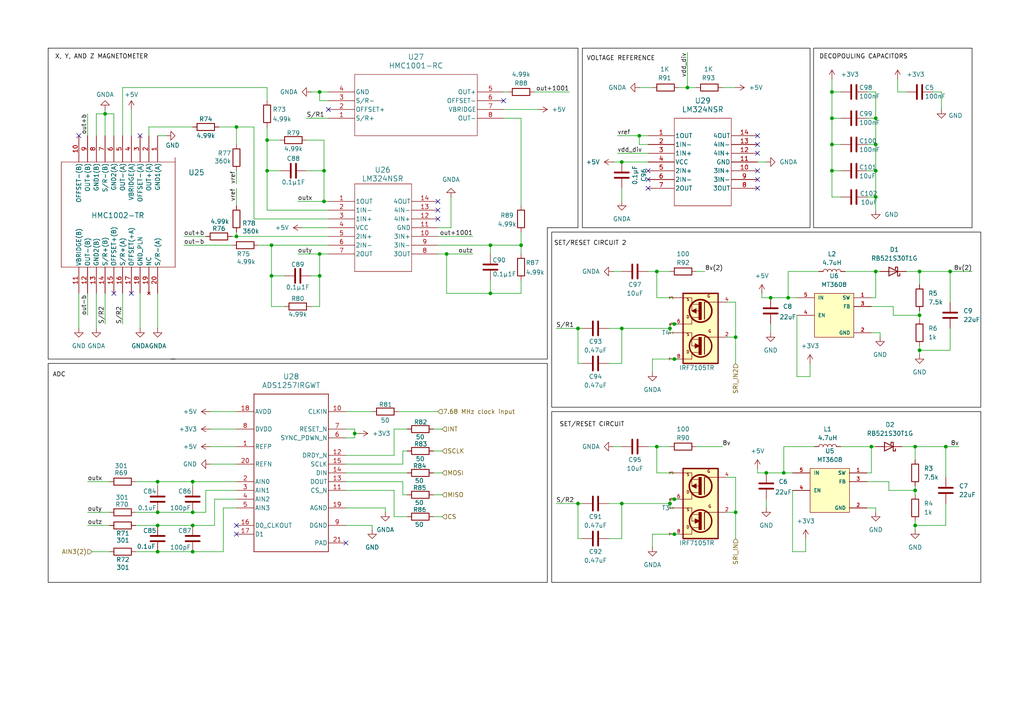
<source format=kicad_sch>
(kicad_sch (version 20231120) (generator "eeschema") (generator_version "8.0")
  (paper "A4")
  (title_block (title "Atitude determination and control system") (date "2025-02-04") (rev "1.0") (company "SpaceLab - Federal University of Santa catarina") (comment 1 "Eng. Felipe Juliano - felipecostajuliano@live.com"))
  (junction (at 180.34 146.05))
  (junction (at 93.98 58.42))
  (junction (at 190.5 129.54))
  (junction (at 45.72 160.02))
  (junction (at 151.13 71.12))
  (junction (at 55.88 160.02))
  (junction (at 266.7 101.6))
  (junction (at 241.3 26.67))
  (junction (at 195.58 144.78))
  (junction (at 241.3 49.53))
  (junction (at 241.3 41.91))
  (junction (at 199.39 25.4))
  (junction (at 68.58 36.83))
  (junction (at 142.24 71.12))
  (junction (at 227.33 137.16))
  (junction (at 266.7 91.44))
  (junction (at 92.71 26.67))
  (junction (at 167.64 146.05))
  (junction (at 213.36 97.79))
  (junction (at 228.6 86.36))
  (junction (at 167.64 95.25))
  (junction (at 265.43 142.24))
  (junction (at 77.47 40.64))
  (junction (at 213.36 148.59))
  (junction (at 194.31 146.05))
  (junction (at 45.72 148.59))
  (junction (at 78.74 80.01))
  (junction (at 180.34 95.25))
  (junction (at 265.43 152.4))
  (junction (at 68.58 68.58))
  (junction (at 92.71 80.01))
  (junction (at 254 34.29))
  (junction (at 102.87 125.73))
  (junction (at 195.58 93.98))
  (junction (at 254 57.15))
  (junction (at 241.3 34.29))
  (junction (at 194.31 95.25))
  (junction (at 77.47 49.53))
  (junction (at 254 49.53))
  (junction (at 45.72 152.4))
  (junction (at 180.34 46.99))
  (junction (at 92.71 73.66))
  (junction (at 195.58 104.14))
  (junction (at 55.88 139.7))
  (junction (at 45.72 139.7))
  (junction (at 185.42 39.37))
  (junction (at 55.88 152.4))
  (junction (at 30.48 33.02))
  (junction (at 223.52 86.36))
  (junction (at 252.73 129.54))
  (junction (at 190.5 78.74))
  (junction (at 266.7 78.74))
  (junction (at 265.43 129.54))
  (junction (at 195.58 154.94))
  (junction (at 254 41.91))
  (junction (at 142.24 85.09))
  (junction (at 275.59 78.74))
  (junction (at 129.54 73.66))
  (junction (at 222.25 137.16))
  (junction (at 93.98 49.53))
  (junction (at 78.74 71.12))
  (junction (at 274.32 129.54))
  (junction (at 254 78.74))
  (junction (at 55.88 148.59))
  (no_connect (at 187.96 54.61))
  (no_connect (at 219.71 49.53))
  (no_connect (at 187.96 52.07))
  (no_connect (at 33.02 85.09))
  (no_connect (at 219.71 44.45))
  (no_connect (at 38.1 85.09))
  (no_connect (at 146.05 29.21))
  (no_connect (at 40.64 39.37))
  (no_connect (at 219.71 54.61))
  (no_connect (at 219.71 41.91))
  (no_connect (at 68.58 152.4))
  (no_connect (at 68.58 154.94))
  (no_connect (at 219.71 52.07))
  (no_connect (at 100.33 157.48))
  (no_connect (at 187.96 49.53))
  (no_connect (at 127 63.5))
  (no_connect (at 22.86 39.37))
  (no_connect (at 95.25 31.75))
  (no_connect (at 219.71 39.37))
  (no_connect (at 127 58.42))
  (no_connect (at 127 60.96))
  (wire (pts (xy 125.73 149.86) (xy 128.27 149.86)))
  (wire (pts (xy 92.71 88.9) (xy 90.17 88.9)))
  (wire (pts (xy 219.71 137.16) (xy 222.25 137.16)))
  (wire (pts (xy 43.18 36.83) (xy 55.88 36.83)))
  (polyline (pts (xy 167.64 66.04) (xy 158.75 66.04)) (stroke (width 0) (color 0 0 0 1)))
  (wire (pts (xy 27.94 33.02) (xy 27.94 39.37)))
  (wire (pts (xy 77.47 60.96) (xy 95.25 60.96)))
  (wire (pts (xy 241.3 34.29) (xy 243.84 34.29)))
  (wire (pts (xy 195.58 147.32) (xy 194.31 147.32)))
  (wire (pts (xy 62.23 144.78) (xy 68.58 144.78)))
  (wire (pts (xy 27.94 85.09) (xy 27.94 95.25)))
  (wire (pts (xy 161.29 95.25) (xy 167.64 95.25)))
  (wire (pts (xy 274.32 138.43) (xy 274.32 129.54)))
  (wire (pts (xy 176.53 156.21) (xy 180.34 156.21)))
  (wire (pts (xy 275.59 95.25) (xy 275.59 101.6)))
  (wire (pts (xy 114.3 149.86) (xy 118.11 149.86)))
  (wire (pts (xy 190.5 137.16) (xy 195.58 137.16)))
  (wire (pts (xy 55.88 148.59) (xy 45.72 148.59)))
  (wire (pts (xy 185.42 41.91) (xy 185.42 39.37)))
  (wire (pts (xy 137.16 68.58) (xy 127 68.58)))
  (wire (pts (xy 241.3 49.53) (xy 243.84 49.53)))
  (wire (pts (xy 266.7 91.44) (xy 266.7 92.71)))
  (wire (pts (xy 265.43 151.13) (xy 265.43 152.4)))
  (wire (pts (xy 251.46 139.7) (xy 257.81 139.7)))
  (wire (pts (xy 53.34 71.12) (xy 67.31 71.12)))
  (wire (pts (xy 142.24 81.28) (xy 142.24 85.09)))
  (wire (pts (xy 167.64 95.25) (xy 168.91 95.25)))
  (wire (pts (xy 201.93 129.54) (xy 209.55 129.54)))
  (wire (pts (xy 127 71.12) (xy 142.24 71.12)))
  (wire (pts (xy 161.29 146.05) (xy 167.64 146.05)))
  (wire (pts (xy 195.58 154.94) (xy 196.85 154.94)))
  (wire (pts (xy 177.8 129.54) (xy 180.34 129.54)))
  (wire (pts (xy 273.05 26.67) (xy 273.05 31.75)))
  (wire (pts (xy 53.34 68.58) (xy 59.69 68.58)))
  (polyline (pts (xy 158.75 66.04) (xy 158.75 104.14)) (stroke (width 0) (color 0 0 0 1)))
  (wire (pts (xy 227.33 129.54) (xy 227.33 137.16)))
  (wire (pts (xy 254 49.53) (xy 251.46 49.53)))
  (wire (pts (xy 260.35 22.86) (xy 260.35 26.67)))
  (wire (pts (xy 68.58 36.83) (xy 68.58 41.91)))
  (wire (pts (xy 241.3 41.91) (xy 243.84 41.91)))
  (wire (pts (xy 88.9 34.29) (xy 95.25 34.29)))
  (wire (pts (xy 59.69 142.24) (xy 59.69 148.59)))
  (wire (pts (xy 45.72 160.02) (xy 39.37 160.02)))
  (wire (pts (xy 176.53 105.41) (xy 180.34 105.41)))
  (wire (pts (xy 78.74 80.01) (xy 78.74 88.9)))
  (wire (pts (xy 177.8 46.99) (xy 180.34 46.99)))
  (wire (pts (xy 142.24 73.66) (xy 142.24 71.12)))
  (wire (pts (xy 241.3 34.29) (xy 241.3 26.67)))
  (wire (pts (xy 55.88 139.7) (xy 55.88 140.97)))
  (wire (pts (xy 265.43 152.4) (xy 274.32 152.4)))
  (wire (pts (xy 167.64 156.21) (xy 167.64 146.05)))
  (wire (pts (xy 265.43 140.97) (xy 265.43 142.24)))
  (wire (pts (xy 45.72 152.4) (xy 55.88 152.4)))
  (wire (pts (xy 167.64 146.05) (xy 168.91 146.05)))
  (wire (pts (xy 68.58 147.32) (xy 64.77 147.32)))
  (wire (pts (xy 180.34 54.61) (xy 180.34 58.42)))
  (wire (pts (xy 125.73 137.16) (xy 128.27 137.16)))
  (wire (pts (xy 168.91 105.41) (xy 167.64 105.41)))
  (wire (pts (xy 255.27 96.52) (xy 255.27 97.79)))
  (wire (pts (xy 73.66 36.83) (xy 73.66 63.5)))
  (wire (pts (xy 252.73 129.54) (xy 254 129.54)))
  (wire (pts (xy 73.66 36.83) (xy 68.58 36.83)))
  (wire (pts (xy 210.82 87.63) (xy 213.36 87.63)))
  (wire (pts (xy 194.31 93.98) (xy 195.58 93.98)))
  (wire (pts (xy 39.37 139.7) (xy 45.72 139.7)))
  (wire (pts (xy 213.36 105.41) (xy 213.36 97.79)))
  (wire (pts (xy 194.31 147.32) (xy 194.31 146.05)))
  (wire (pts (xy 125.73 124.46) (xy 128.27 124.46)))
  (wire (pts (xy 245.11 78.74) (xy 254 78.74)))
  (wire (pts (xy 30.48 85.09) (xy 30.48 93.98)))
  (wire (pts (xy 95.25 29.21) (xy 92.71 29.21)))
  (wire (pts (xy 194.31 146.05) (xy 194.31 144.78)))
  (wire (pts (xy 142.24 85.09) (xy 151.13 85.09)))
  (wire (pts (xy 60.96 134.62) (xy 68.58 134.62)))
  (wire (pts (xy 68.58 67.31) (xy 68.58 68.58)))
  (wire (pts (xy 130.81 57.15) (xy 130.81 66.04)))
  (wire (pts (xy 195.58 144.78) (xy 196.85 144.78)))
  (wire (pts (xy 151.13 34.29) (xy 146.05 34.29)))
  (wire (pts (xy 266.7 100.33) (xy 266.7 101.6)))
  (wire (pts (xy 60.96 129.54) (xy 68.58 129.54)))
  (wire (pts (xy 151.13 71.12) (xy 151.13 73.66)))
  (wire (pts (xy 254 34.29) (xy 251.46 34.29)))
  (wire (pts (xy 78.74 80.01) (xy 78.74 71.12)))
  (wire (pts (xy 189.23 104.14) (xy 195.58 104.14)))
  (wire (pts (xy 195.58 104.14) (xy 196.85 104.14)))
  (wire (pts (xy 254 41.91) (xy 251.46 41.91)))
  (wire (pts (xy 176.53 146.05) (xy 180.34 146.05)))
  (wire (pts (xy 82.55 80.01) (xy 78.74 80.01)))
  (wire (pts (xy 100.33 124.46) (xy 102.87 124.46)))
  (wire (pts (xy 180.34 95.25) (xy 180.34 105.41)))
  (wire (pts (xy 92.71 73.66) (xy 95.25 73.66)))
  (wire (pts (xy 262.89 78.74) (xy 266.7 78.74)))
  (wire (pts (xy 227.33 137.16) (xy 229.87 137.16)))
  (wire (pts (xy 266.7 101.6) (xy 275.59 101.6)))
  (wire (pts (xy 25.4 139.7) (xy 31.75 139.7)))
  (wire (pts (xy 125.73 143.51) (xy 128.27 143.51)))
  (wire (pts (xy 116.84 143.51) (xy 118.11 143.51)))
  (wire (pts (xy 30.48 31.75) (xy 30.48 33.02)))
  (wire (pts (xy 259.08 88.9) (xy 259.08 91.44)))
  (wire (pts (xy 107.95 152.4) (xy 100.33 152.4)))
  (wire (pts (xy 167.64 105.41) (xy 167.64 95.25)))
  (wire (pts (xy 92.71 80.01) (xy 92.71 88.9)))
  (wire (pts (xy 241.3 26.67) (xy 243.84 26.67)))
  (wire (pts (xy 125.73 130.81) (xy 128.27 130.81)))
  (wire (pts (xy 233.68 160.02) (xy 229.87 160.02)))
  (wire (pts (xy 274.32 129.54) (xy 265.43 129.54)))
  (wire (pts (xy 25.4 148.59) (xy 31.75 148.59)))
  (wire (pts (xy 195.58 93.98) (xy 196.85 93.98)))
  (wire (pts (xy 142.24 71.12) (xy 151.13 71.12)))
  (wire (pts (xy 151.13 81.28) (xy 151.13 85.09)))
  (wire (pts (xy 274.32 129.54) (xy 278.13 129.54)))
  (wire (pts (xy 114.3 142.24) (xy 114.3 149.86)))
  (wire (pts (xy 67.31 68.58) (xy 68.58 68.58)))
  (wire (pts (xy 194.31 96.52) (xy 194.31 95.25)))
  (wire (pts (xy 233.68 160.02) (xy 233.68 156.21)))
  (wire (pts (xy 177.8 78.74) (xy 180.34 78.74)))
  (polyline (pts (xy 167.64 13.97) (xy 167.64 66.04)) (stroke (width 0) (color 0 0 0 1)))
  (wire (pts (xy 100.33 142.24) (xy 114.3 142.24)))
  (wire (pts (xy 234.95 109.22) (xy 231.14 109.22)))
  (wire (pts (xy 259.08 91.44) (xy 266.7 91.44)))
  (wire (pts (xy 102.87 125.73) (xy 102.87 127)))
  (wire (pts (xy 213.36 148.59) (xy 210.82 148.59)))
  (wire (pts (xy 176.53 95.25) (xy 180.34 95.25)))
  (wire (pts (xy 254 147.32) (xy 254 148.59)))
  (wire (pts (xy 114.3 132.08) (xy 114.3 124.46)))
  (wire (pts (xy 266.7 90.17) (xy 266.7 91.44)))
  (wire (pts (xy 102.87 124.46) (xy 102.87 125.73)))
  (wire (pts (xy 220.98 85.09) (xy 220.98 86.36)))
  (wire (pts (xy 231.14 109.22) (xy 231.14 91.44)))
  (wire (pts (xy 92.71 26.67) (xy 92.71 29.21)))
  (wire (pts (xy 190.5 129.54) (xy 194.31 129.54)))
  (wire (pts (xy 93.98 58.42) (xy 95.25 58.42)))
  (wire (pts (xy 129.54 85.09) (xy 142.24 85.09)))
  (wire (pts (xy 116.84 130.81) (xy 118.11 130.81)))
  (wire (pts (xy 274.32 146.05) (xy 274.32 152.4)))
  (wire (pts (xy 22.86 85.09) (xy 22.86 95.25)))
  (wire (pts (xy 219.71 135.89) (xy 219.71 137.16)))
  (wire (pts (xy 228.6 78.74) (xy 228.6 86.36)))
  (wire (pts (xy 222.25 144.78) (xy 222.25 147.32)))
  (wire (pts (xy 43.18 36.83) (xy 43.18 39.37)))
  (wire (pts (xy 107.95 153.67) (xy 107.95 152.4)))
  (wire (pts (xy 77.47 36.83) (xy 77.47 40.64)))
  (wire (pts (xy 100.33 119.38) (xy 107.95 119.38)))
  (wire (pts (xy 30.48 33.02) (xy 30.48 39.37)))
  (wire (pts (xy 189.23 25.4) (xy 185.42 25.4)))
  (wire (pts (xy 254 49.53) (xy 254 41.91)))
  (wire (pts (xy 60.96 124.46) (xy 68.58 124.46)))
  (polyline (pts (xy 13.97 13.97) (xy 13.97 104.14)) (stroke (width 0) (color 0 0 0 1)))
  (wire (pts (xy 179.07 39.37) (xy 185.42 39.37)))
  (wire (pts (xy 243.84 129.54) (xy 252.73 129.54)))
  (wire (pts (xy 187.96 41.91) (xy 185.42 41.91)))
  (wire (pts (xy 92.71 26.67) (xy 95.25 26.67)))
  (wire (pts (xy 190.5 129.54) (xy 190.5 137.16)))
  (wire (pts (xy 55.88 139.7) (xy 68.58 139.7)))
  (wire (pts (xy 68.58 53.34) (xy 68.58 49.53)))
  (wire (pts (xy 254 34.29) (xy 254 26.67)))
  (wire (pts (xy 64.77 147.32) (xy 64.77 160.02)))
  (wire (pts (xy 187.96 78.74) (xy 190.5 78.74)))
  (wire (pts (xy 25.4 152.4) (xy 31.75 152.4)))
  (wire (pts (xy 189.23 104.14) (xy 189.23 107.95)))
  (wire (pts (xy 223.52 93.98) (xy 223.52 96.52)))
  (wire (pts (xy 45.72 85.09) (xy 45.72 95.25)))
  (wire (pts (xy 189.23 154.94) (xy 195.58 154.94)))
  (wire (pts (xy 210.82 138.43) (xy 213.36 138.43)))
  (wire (pts (xy 254 78.74) (xy 254 86.36)))
  (wire (pts (xy 30.48 33.02) (xy 33.02 33.02)))
  (wire (pts (xy 180.34 95.25) (xy 194.31 95.25)))
  (wire (pts (xy 252.73 137.16) (xy 251.46 137.16)))
  (wire (pts (xy 261.62 129.54) (xy 265.43 129.54)))
  (wire (pts (xy 222.25 137.16) (xy 227.33 137.16)))
  (wire (pts (xy 213.36 156.21) (xy 213.36 148.59)))
  (wire (pts (xy 93.98 40.64) (xy 93.98 49.53)))
  (wire (pts (xy 25.4 39.37) (xy 25.4 33.02)))
  (wire (pts (xy 38.1 31.75) (xy 38.1 39.37)))
  (wire (pts (xy 201.93 25.4) (xy 199.39 25.4)))
  (wire (pts (xy 219.71 46.99) (xy 222.25 46.99)))
  (wire (pts (xy 194.31 95.25) (xy 194.31 93.98)))
  (wire (pts (xy 254 49.53) (xy 254 57.15)))
  (wire (pts (xy 45.72 148.59) (xy 39.37 148.59)))
  (wire (pts (xy 151.13 67.31) (xy 151.13 71.12)))
  (wire (pts (xy 189.23 154.94) (xy 189.23 158.75)))
  (wire (pts (xy 275.59 78.74) (xy 266.7 78.74)))
  (wire (pts (xy 30.48 33.02) (xy 27.94 33.02)))
  (wire (pts (xy 35.56 25.4) (xy 77.47 25.4)))
  (wire (pts (xy 102.87 125.73) (xy 104.14 125.73)))
  (wire (pts (xy 213.36 138.43) (xy 213.36 148.59)))
  (wire (pts (xy 254 26.67) (xy 251.46 26.67)))
  (wire (pts (xy 187.96 129.54) (xy 190.5 129.54)))
  (wire (pts (xy 254 78.74) (xy 255.27 78.74)))
  (wire (pts (xy 151.13 34.29) (xy 151.13 59.69)))
  (wire (pts (xy 146.05 31.75) (xy 156.21 31.75)))
  (wire (pts (xy 270.51 26.67) (xy 273.05 26.67)))
  (wire (pts (xy 179.07 44.45) (xy 187.96 44.45)))
  (wire (pts (xy 88.9 40.64) (xy 93.98 40.64)))
  (wire (pts (xy 180.34 146.05) (xy 180.34 156.21)))
  (wire (pts (xy 62.23 152.4) (xy 62.23 144.78)))
  (wire (pts (xy 147.32 26.67) (xy 146.05 26.67)))
  (wire (pts (xy 68.58 68.58) (xy 95.25 68.58)))
  (wire (pts (xy 194.31 144.78) (xy 195.58 144.78)))
  (wire (pts (xy 265.43 142.24) (xy 265.43 143.51)))
  (wire (pts (xy 254 60.96) (xy 254 57.15)))
  (wire (pts (xy 252.73 88.9) (xy 259.08 88.9)))
  (wire (pts (xy 111.76 147.32) (xy 111.76 148.59)))
  (wire (pts (xy 82.55 88.9) (xy 78.74 88.9)))
  (wire (pts (xy 74.93 71.12) (xy 78.74 71.12)))
  (wire (pts (xy 77.47 40.64) (xy 77.47 49.53)))
  (wire (pts (xy 92.71 73.66) (xy 92.71 80.01)))
  (wire (pts (xy 64.77 160.02) (xy 55.88 160.02)))
  (wire (pts (xy 241.3 49.53) (xy 241.3 41.91)))
  (wire (pts (xy 252.73 96.52) (xy 255.27 96.52)))
  (wire (pts (xy 266.7 101.6) (xy 266.7 102.87)))
  (wire (pts (xy 199.39 15.24) (xy 199.39 25.4)))
  (wire (pts (xy 213.36 87.63) (xy 213.36 97.79)))
  (wire (pts (xy 100.33 147.32) (xy 111.76 147.32)))
  (wire (pts (xy 86.36 58.42) (xy 93.98 58.42)))
  (wire (pts (xy 90.17 80.01) (xy 92.71 80.01)))
  (wire (pts (xy 26.67 160.02) (xy 31.75 160.02)))
  (wire (pts (xy 241.3 57.15) (xy 241.3 49.53)))
  (wire (pts (xy 229.87 160.02) (xy 229.87 142.24)))
  (wire (pts (xy 129.54 85.09) (xy 129.54 73.66)))
  (wire (pts (xy 77.47 49.53) (xy 77.47 60.96)))
  (wire (pts (xy 168.91 156.21) (xy 167.64 156.21)))
  (wire (pts (xy 237.49 78.74) (xy 228.6 78.74)))
  (wire (pts (xy 129.54 73.66) (xy 137.16 73.66)))
  (wire (pts (xy 127 66.04) (xy 130.81 66.04)))
  (wire (pts (xy 55.88 148.59) (xy 59.69 148.59)))
  (wire (pts (xy 86.36 73.66) (xy 92.71 73.66)))
  (wire (pts (xy 241.3 41.91) (xy 241.3 34.29)))
  (wire (pts (xy 180.34 146.05) (xy 194.31 146.05)))
  (wire (pts (xy 77.47 25.4) (xy 77.47 29.21)))
  (wire (pts (xy 77.47 40.64) (xy 81.28 40.64)))
  (wire (pts (xy 115.57 119.38) (xy 127 119.38)))
  (wire (pts (xy 223.52 86.36) (xy 228.6 86.36)))
  (wire (pts (xy 55.88 160.02) (xy 45.72 160.02)))
  (wire (pts (xy 201.93 78.74) (xy 204.47 78.74)))
  (wire (pts (xy 228.6 86.36) (xy 231.14 86.36)))
  (wire (pts (xy 185.42 39.37) (xy 187.96 39.37)))
  (wire (pts (xy 190.5 78.74) (xy 194.31 78.74)))
  (wire (pts (xy 220.98 86.36) (xy 223.52 86.36)))
  (wire (pts (xy 213.36 97.79) (xy 210.82 97.79)))
  (wire (pts (xy 190.5 86.36) (xy 195.58 86.36)))
  (wire (pts (xy 213.36 25.4) (xy 209.55 25.4)))
  (wire (pts (xy 100.33 139.7) (xy 116.84 139.7)))
  (wire (pts (xy 100.33 132.08) (xy 114.3 132.08)))
  (wire (pts (xy 77.47 49.53) (xy 81.28 49.53)))
  (wire (pts (xy 87.63 66.04) (xy 95.25 66.04)))
  (wire (pts (xy 68.58 59.69) (xy 68.58 54.61)))
  (wire (pts (xy 257.81 139.7) (xy 257.81 142.24)))
  (wire (pts (xy 190.5 78.74) (xy 190.5 86.36)))
  (polyline (pts (xy 50.8 104.14) (xy 13.97 104.14)) (stroke (width 0) (color 0 0 0 1)))
  (wire (pts (xy 73.66 63.5) (xy 95.25 63.5)))
  (wire (pts (xy 88.9 49.53) (xy 93.98 49.53)))
  (wire (pts (xy 252.73 129.54) (xy 252.73 137.16)))
  (wire (pts (xy 33.02 33.02) (xy 33.02 39.37)))
  (wire (pts (xy 275.59 78.74) (xy 281.94 78.74)))
  (wire (pts (xy 100.33 137.16) (xy 118.11 137.16)))
  (wire (pts (xy 90.17 26.67) (xy 92.71 26.67)))
  (wire (pts (xy 265.43 152.4) (xy 265.43 153.67)))
  (wire (pts (xy 241.3 22.86) (xy 241.3 26.67)))
  (wire (pts (xy 127 73.66) (xy 129.54 73.66)))
  (wire (pts (xy 100.33 134.62) (xy 116.84 134.62)))
  (wire (pts (xy 195.58 96.52) (xy 194.31 96.52)))
  (polyline (pts (xy 13.97 13.97) (xy 167.64 13.97)) (stroke (width 0) (color 0 0 0 1)))
  (wire (pts (xy 266.7 78.74) (xy 266.7 82.55)))
  (wire (pts (xy 254 41.91) (xy 254 34.29)))
  (wire (pts (xy 260.35 26.67) (xy 262.89 26.67)))
  (wire (pts (xy 180.34 46.99) (xy 187.96 46.99)))
  (wire (pts (xy 154.94 26.67) (xy 165.1 26.67)))
  (wire (pts (xy 60.96 119.38) (xy 68.58 119.38)))
  (wire (pts (xy 35.56 25.4) (xy 35.56 39.37)))
  (wire (pts (xy 265.43 129.54) (xy 265.43 133.35)))
  (wire (pts (xy 116.84 134.62) (xy 116.84 130.81)))
  (wire (pts (xy 35.56 85.09) (xy 35.56 93.98)))
  (wire (pts (xy 275.59 87.63) (xy 275.59 78.74)))
  (wire (pts (xy 55.88 152.4) (xy 62.23 152.4)))
  (wire (pts (xy 63.5 36.83) (xy 68.58 36.83)))
  (polyline (pts (xy 158.75 104.14) (xy 49.53 104.14)) (stroke (width 0) (color 0 0 0 1)))
  (wire (pts (xy 25.4 85.09) (xy 25.4 91.44)))
  (wire (pts (xy 116.84 139.7) (xy 116.84 143.51)))
  (wire (pts (xy 78.74 71.12) (xy 95.25 71.12)))
  (wire (pts (xy 254 86.36) (xy 252.73 86.36)))
  (wire (pts (xy 45.72 139.7) (xy 55.88 139.7)))
  (wire (pts (xy 39.37 152.4) (xy 45.72 152.4)))
  (wire (pts (xy 40.64 85.09) (xy 40.64 95.25)))
  (wire (pts (xy 241.3 57.15) (xy 243.84 57.15)))
  (wire (pts (xy 199.39 25.4) (xy 196.85 25.4)))
  (wire (pts (xy 45.72 39.37) (xy 48.26 39.37)))
  (wire (pts (xy 114.3 124.46) (xy 118.11 124.46)))
  (wire (pts (xy 234.95 109.22) (xy 234.95 105.41)))
  (wire (pts (xy 45.72 139.7) (xy 45.72 140.97)))
  (wire (pts (xy 93.98 49.53) (xy 93.98 58.42)))
  (wire (pts (xy 257.81 142.24) (xy 265.43 142.24)))
  (wire (pts (xy 251.46 57.15) (xy 254 57.15)))
  (wire (pts (xy 236.22 129.54) (xy 227.33 129.54)))
  (wire (pts (xy 100.33 127) (xy 102.87 127)))
  (wire (pts (xy 59.69 142.24) (xy 68.58 142.24)))
  (wire (pts (xy 251.46 147.32) (xy 254 147.32)))
  (rectangle (start 160.02 119.38) (end 284.48 168.91) (stroke (width 0) (color 0 0 0 1)))
  (rectangle (start 235.966 13.97) (end 281.94 66.04) (stroke (width 0) (color 0 0 0 1)))
  (rectangle (start 160.02 67.31) (end 284.48 118.11) (stroke (width 0) (color 0 0 0 1)))
  (rectangle (start 13.97 105.41) (end 158.75 168.91) (stroke (width 0) (color 0 0 0 1)))
  (rectangle (start 168.91 13.97) (end 234.95 66.04) (stroke (width 0) (color 0 0 0 1)))
  (text "DECOPOULING CAPACITORS" (at 250.444 16.51 0) (effects (font (size 1.27 1.27))))
  (text "ADC\n" (at 15.24 109.474 0) (effects (font (size 1.27 1.27)) (justify left bottom)))
  (text "SET/RESET CIRCUIT 2" (at 171.196 70.612 0) (effects (font (size 1.27 1.27))))
  (text "X, Y, AND Z MAGNETOMETER" (at 29.464 16.51 0) (effects (font (size 1.27 1.27))))
  (text "SET/RESET CIRCUIT\n" (at 171.704 123.19 0) (effects (font (size 1.27 1.27))))
  (text "VOLTAGE REFERENCE" (at 180.086 17.018 0) (effects (font (size 1.27 1.27))))
  (label "outy" (at 86.36 73.66 0))
  (label "8v" (at 209.55 129.54 0))
  (label "8v" (at 278.13 129.54 180))
  (label "8v(2)" (at 281.94 78.74 180))
  (label "out+b" (at 25.4 33.02 270))
  (label "out+b" (at 53.34 68.58 0))
  (label "S{slash}R1" (at 161.29 95.25 0))
  (label "out-b" (at 53.34 71.12 0))
  (label "8v(2)" (at 204.47 78.74 0))
  (label "outz" (at 25.4 152.4 0))
  (label "vref" (at 179.07 39.37 0))
  (label "out-b" (at 25.4 91.44 90))
  (label "outy" (at 25.4 148.59 0))
  (label "S{slash}R1" (at 88.9 34.29 0))
  (label "S{slash}R2" (at 30.48 93.98 90))
  (label "outz" (at 137.16 73.66 180))
  (label "S{slash}R2" (at 161.29 146.05 0))
  (label "outx" (at 86.36 58.42 0))
  (label "outx" (at 25.4 139.7 0))
  (label "S{slash}R2" (at 35.56 93.98 90))
  (label "out+1001" (at 165.1 26.67 180))
  (label "vdd_div" (at 199.39 15.24 270))
  (label "vref" (at 68.58 53.34 90))
  (label "out+1001" (at 137.16 68.58 180))
  (label "vdd_div" (at 179.07 44.45 0))
  (label "vref" (at 68.58 54.61 270))
  (hierarchical_label "AIN3(2)" (shape input) (at 26.67 160.02 180))
  (hierarchical_label "7.68 MHz clock input" (shape input) (at 127 119.38 0))
  (hierarchical_label "MISO" (shape input) (at 128.27 143.51 0))
  (hierarchical_label "SRI_IN2" (shape input) (at 213.36 105.41 270))
  (hierarchical_label "INT" (shape input) (at 128.27 124.46 0))
  (hierarchical_label "MOSI" (shape input) (at 128.27 137.16 0))
  (hierarchical_label "SCLK" (shape input) (at 128.27 130.81 0))
  (hierarchical_label "CS" (shape input) (at 128.27 149.86 0))
  (hierarchical_label "SRI_IN" (shape input) (at 213.36 156.21 270))
  (symbol (lib_id "Device:R") (at 198.12 78.74 90) (unit 1)
    (property "Reference" "R92" (at 198.12 76.2 90))
    (property "Value" "100" (at 198.12 73.66 90))
    (property "Footprint" "Resistor_SMD:R_0402_1005Metric_Pad0.72x0.64mm_HandSolder" (effects (hide yes)))
  )
  (symbol (lib_id "Device:R") (at 85.09 40.64 270) (unit 1)
    (property "Reference" "R79" (at 85.09 38.608 90))
    (property "Value" "4.99k" (at 85.09 43.18 90))
    (property "Footprint" "Resistor_SMD:R_0402_1005Metric_Pad0.72x0.64mm_HandSolder" (effects (hide yes)))
  )
  (symbol (lib_id "Device:C") (at 247.65 26.67 90) (unit 1)
    (property "Reference" "C98" (at 249.174 25.4 90) (effects (justify right)))
    (property "Value" "100nF" (at 249.174 27.94 90) (effects (justify right)))
    (property "Footprint" "Capacitor_SMD:C_0402_1005Metric_Pad0.74x0.62mm_HandSolder" (effects (hide yes)))
    (property "Description" "Unpolarized capacitor" (effects (hide yes)))
  )
  (symbol (lib_id "Device:C") (at 172.72 156.21 90) (unit 1)
    (property "Reference" "C92" (at 172.72 160.02 90))
    (property "Value" "0.47uF" (at 172.72 162.56 90))
    (property "Footprint" "Capacitor_SMD:C_0402_1005Metric_Pad0.74x0.62mm_HandSolder" (effects (hide yes)))
  )
  (symbol (lib_id "Device:R") (at 63.5 68.58 270) (unit 1)
    (property "Reference" "R76" (at 63.5 66.294 90))
    (property "Value" "4.99k" (at 63.754 64.262 90))
    (property "Footprint" "Resistor_SMD:R_0402_1005Metric_Pad0.72x0.64mm_HandSolder" (effects (hide yes)))
  )
  (symbol (lib_id "Device:C") (at 86.36 80.01 270) (unit 1)
    (property "Reference" "C89" (at 86.36 76.708 90))
    (property "Value" "0.1µ1F" (at 86.36 83.312 90))
    (property "Footprint" "Capacitor_SMD:C_0402_1005Metric_Pad0.74x0.62mm_HandSolder" (effects (hide yes)))
  )
  (symbol (lib_id "Device:R") (at 121.92 124.46 90) (unit 1)
    (property "Reference" "R82" (at 123.952 122.428 90) (effects (justify left)))
    (property "Value" "50" (at 123.19 126.746 90) (effects (justify left)))
    (property "Footprint" "Resistor_SMD:R_0402_1005Metric_Pad0.72x0.64mm_HandSolder" (effects (hide yes)))
  )
  (symbol (lib_id "power:GND") (at 222.25 147.32 0) (unit 1)
    (property "Reference" "#PWR022" (effects (hide yes)))
    (property "Value" "GND" (at 222.25 152.4 0))
    (property "Description" "Power symbol creates a global label with name \"GND\" , ground" (effects (hide yes)))
  )
  (symbol (lib_id "Device:R") (at 35.56 148.59 90) (unit 1)
    (property "Reference" "R70" (at 37.338 146.304 90) (effects (justify left)))
    (property "Value" "301" (at 37.338 144.272 90) (effects (justify left)))
    (property "Footprint" "Resistor_SMD:R_0402_1005Metric_Pad0.72x0.64mm_HandSolder" (effects (hide yes)))
  )
  (symbol (lib_id "adcs_board:LM324NSR") (at 187.96 39.37 0) (unit 1)
    (property "Reference" "U29" (at 203.835 29.21 0) (effects (font (size 1.524 1.524))))
    (property "Value" "LM324NSR" (at 203.835 31.75 0) (effects (font (size 1.524 1.524))))
    (property "Footprint" "adcs_board:NS14" (effects (hide yes)))
    (property "Datasheet" "LM324NSR" (effects (hide yes)))
  )
  (symbol (lib_id "Device:R") (at 151.13 63.5 0) (mirror y) (unit 1)
    (property "Reference" "R89" (at 147.066 62.484 0))
    (property "Value" "4.99k" (at 147.066 65.024 0))
    (property "Footprint" "Resistor_SMD:R_0402_1005Metric_Pad0.72x0.64mm_HandSolder" (effects (hide yes)))
  )
  (symbol (lib_id "Device:R") (at 77.47 33.02 0) (unit 1)
    (property "Reference" "R73" (at 81.026 31.75 0))
    (property "Value" "4.99k" (at 81.788 34.544 0))
    (property "Footprint" "Resistor_SMD:R_0402_1005Metric_Pad0.72x0.64mm_HandSolder" (effects (hide yes)))
  )
  (symbol (lib_id "Device:R") (at 111.76 119.38 90) (unit 1)
    (property "Reference" "R81" (at 113.792 117.348 90) (effects (justify left)))
    (property "Value" "50" (at 113.03 121.92 90) (effects (justify left)))
    (property "Footprint" "Resistor_SMD:R_0402_1005Metric_Pad0.72x0.64mm_HandSolder" (effects (hide yes)))
  )
  (symbol (lib_id "power:GNDA") (at 189.23 107.95 0) (unit 1)
    (property "Reference" "#PWR0215" (effects (hide yes)))
    (property "Value" "GNDA" (at 189.23 113.03 0))
    (property "Description" "Power symbol creates a global label with name \"GNDA\" , analog ground" (effects (hide yes)))
  )
  (symbol (lib_id "power:+3V3") (at 60.96 124.46 90) (unit 1)
    (property "Reference" "#PWR0199" (effects (hide yes)))
    (property "Value" "+3V3" (at 57.15 124.4599 90) (effects (justify left)))
    (property "Description" "Power symbol creates a global label with name \"+3V3\"" (effects (hide yes)))
  )
  (symbol (lib_id "Device:C") (at 223.52 90.17 0) (unit 1)
    (property "Reference" "C8" (at 227.076 88.9 0) (effects (justify left)))
    (property "Value" "22uF" (at 226.06 91.948 0) (effects (justify left)))
    (property "Footprint" "Capacitor_SMD:C_0805_2012Metric" (effects (hide yes)))
    (property "Description" "Unpolarized capacitor" (effects (hide yes)))
  )
  (symbol (lib_id "adcs_board:ADS1257IRGWT") (at 91.44 137.16 0) (unit 1)
    (property "Reference" "U28" (at 84.455 109.22 0) (effects (font (size 1.524 1.524))))
    (property "Value" "ADS1257IRGWT" (at 84.455 111.76 0) (effects (font (size 1.524 1.524))))
    (property "Footprint" "adcs_board:RGW0020A" (effects (hide yes)))
    (property "Datasheet" "ADS1257IRGWT" (effects (hide yes)))
  )
  (symbol (lib_id "power:GNDA") (at 222.25 46.99 90) (unit 1)
    (property "Reference" "#PWR0218" (effects (hide yes)))
    (property "Value" "GNDA" (at 226.06 46.9899 90) (effects (justify right)))
    (property "Description" "Power symbol creates a global label with name \"GNDA\" , analog ground" (effects (hide yes)))
  )
  (symbol (lib_id "Device:C") (at 180.34 50.8 180) (unit 1)
    (property "Reference" "C96" (at 186.69 50.8 90))
    (property "Value" "0.1µF" (at 184.15 50.8 90))
    (property "Footprint" "Capacitor_SMD:C_0402_1005Metric_Pad0.74x0.62mm_HandSolder" (effects (hide yes)))
  )
  (symbol (lib_id "power:GNDA") (at 177.8 78.74 270) (unit 1)
    (property "Reference" "#PWR0212" (effects (hide yes)))
    (property "Value" "GNDA" (at 173.99 78.7399 90) (effects (justify right)))
    (property "Description" "Power symbol creates a global label with name \"GNDA\" , analog ground" (effects (hide yes)))
  )
  (symbol (lib_name "+5V_5") (lib_id "power:+5V") (at 38.1 31.75 0) (unit 1)
    (property "Reference" "#PWR0194" (effects (hide yes)))
    (property "Value" "+5V" (at 38.1 27.432 0))
    (property "Description" "Power symbol creates a global label with name \"+5V\"" (effects (hide yes)))
  )
  (symbol (lib_id "Device:R") (at 35.56 152.4 90) (unit 1)
    (property "Reference" "R71" (at 37.592 154.686 90) (effects (justify left)))
    (property "Value" "301" (at 37.592 156.718 90) (effects (justify left)))
    (property "Footprint" "Resistor_SMD:R_0402_1005Metric_Pad0.72x0.64mm_HandSolder" (effects (hide yes)))
  )
  (symbol (lib_id "Device:R") (at 35.56 160.02 90) (unit 1)
    (property "Reference" "R72" (at 37.592 162.306 90) (effects (justify left)))
    (property "Value" "301" (at 37.592 164.592 90) (effects (justify left)))
    (property "Footprint" "Resistor_SMD:R_0402_1005Metric_Pad0.72x0.64mm_HandSolder" (effects (hide yes)))
  )
  (symbol (lib_id "Device:C") (at 55.88 144.78 180) (unit 1)
    (property "Reference" "C86" (at 53.594 142.494 0))
    (property "Value" "100pF" (at 52.324 147.32 0))
    (property "Footprint" "Capacitor_SMD:C_0402_1005Metric_Pad0.74x0.62mm_HandSolder" (effects (hide yes)))
  )
  (symbol (lib_id "Device:R") (at 266.7 86.36 0) (unit 1)
    (property "Reference" "R5" (at 269.24 85.0899 0) (effects (justify left)))
    (property "Value" "7.5k" (at 269.24 87.6299 0) (effects (justify left)))
    (property "Footprint" "Resistor_SMD:R_0603_1608Metric_Pad0.98x0.95mm_HandSolder" (effects (hide yes)))
    (property "Description" "Resistor" (effects (hide yes)))
  )
  (symbol (lib_id "Device:L") (at 240.03 129.54 90) (unit 1)
    (property "Reference" "L1" (at 240.03 124.46 90))
    (property "Value" "4.7uH" (at 240.03 127 90))
    (property "Footprint" "Inductor_SMD:L_0603_1608Metric" (effects (hide yes)))
    (property "Description" "Inductor" (effects (hide yes)))
  )
  (symbol (lib_id "power:GNDA") (at 90.17 26.67 270) (mirror x) (unit 1)
    (property "Reference" "#PWR0203" (effects (hide yes)))
    (property "Value" "GNDA" (at 86.36 26.6699 90) (effects (justify right)))
    (property "Description" "Power symbol creates a global label with name \"GNDA\" , analog ground" (effects (hide yes)))
  )
  (symbol (lib_id "power:+3V3") (at 233.68 156.21 0) (unit 1)
    (property "Reference" "#PWR030" (effects (hide yes)))
    (property "Value" "+3V3" (at 233.68 151.13 0))
    (property "Description" "Power symbol creates a global label with name \"+3V3\"" (effects (hide yes)))
  )
  (symbol (lib_id "Device:C") (at 275.59 91.44 0) (unit 1)
    (property "Reference" "C9" (at 279.4 90.1699 0) (effects (justify left)))
    (property "Value" "22uF" (at 279.4 92.7099 0) (effects (justify left)))
    (property "Footprint" "Capacitor_SMD:C_0805_2012Metric" (effects (hide yes)))
    (property "Description" "Unpolarized capacitor" (effects (hide yes)))
  )
  (symbol (lib_id "adcs_board:LM324NSR") (at 95.25 58.42 0) (unit 1)
    (property "Reference" "U26" (at 110.998 49.276 0) (effects (font (size 1.524 1.524))))
    (property "Value" "LM324NSR" (at 110.998 51.816 0) (effects (font (size 1.524 1.524))))
    (property "Footprint" "adcs_board:NS14" (effects (hide yes)))
    (property "Datasheet" "LM324NSR" (effects (hide yes)))
  )
  (symbol (lib_name "+5V_3") (lib_id "power:+5V") (at 177.8 46.99 90) (unit 1)
    (property "Reference" "#PWR0210" (effects (hide yes)))
    (property "Value" "+5V" (at 173.99 46.9899 90) (effects (justify left)))
    (property "Description" "Power symbol creates a global label with name \"+5V\"" (effects (hide yes)))
  )
  (symbol (lib_id "power:GND") (at 107.95 153.67 0) (unit 1)
    (property "Reference" "#PWR0205" (effects (hide yes)))
    (property "Value" "GND" (at 107.95 158.75 0))
    (property "Description" "Power symbol creates a global label with name \"GND\" , ground" (effects (hide yes)))
  )
  (symbol (lib_id "Device:R") (at 205.74 25.4 90) (unit 1)
    (property "Reference" "R93" (at 205.486 22.606 90))
    (property "Value" "1K" (at 205.486 20.066 90))
    (property "Footprint" "Resistor_SMD:R_0402_1005Metric_Pad0.72x0.64mm_HandSolder" (effects (hide yes)))
  )
  (symbol (lib_id "Device:R") (at 265.43 147.32 0) (unit 1)
    (property "Reference" "R4" (at 267.97 146.0499 0) (effects (justify left)))
    (property "Value" "1k" (at 267.97 148.5899 0) (effects (justify left)))
    (property "Footprint" "Resistor_SMD:R_0603_1608Metric_Pad0.98x0.95mm_HandSolder" (effects (hide yes)))
    (property "Description" "Resistor" (effects (hide yes)))
  )
  (symbol (lib_id "power:GND") (at 22.86 95.25 0) (unit 1)
    (property "Reference" "#PWR0191" (effects (hide yes)))
    (property "Value" "GND" (at 22.86 100.33 0))
    (property "Description" "Power symbol creates a global label with name \"GND\" , ground" (effects (hide yes)))
  )
  (symbol (lib_id "power:GND") (at 254 60.96 0) (unit 1)
    (property "Reference" "#PWR0225" (effects (hide yes)))
    (property "Value" "GND" (at 256.54 62.2299 0) (effects (justify left)))
    (property "Description" "Power symbol creates a global label with name \"GND\" , ground" (effects (hide yes)))
  )
  (symbol (lib_id "adcs_board:IRF7105") (at 203.2 146.05 180) (unit 1)
    (property "Reference" "T3" (at 194.31 147.32 0) (effects (justify left)))
    (property "Value" "IRF7105TR" (at 207.264 157.48 0) (effects (justify left)))
    (property "Footprint" "adcs_board:SO8" (effects (hide yes)))
    (property "Description" "Mosfet Array N and P-Channel 25V 3.5A, 2.3A 2W Surface Mount 8-SO" (effects (hide yes)))
    (property "MF" "Infineon Technologies" (effects (hide yes)))
    (property "Package" "SOIC-8 International Rectifier" (effects (hide yes)))
    (property "Price" "None" (effects (hide yes)))
    (property "SnapEDA_Link" "https://www.snapeda.com/parts/IRF7105/Infineon+Technologies/view-part/?ref=snap" (effects (hide yes)))
    (property "MP" "IRF7105" (effects (hide yes)))
    (property "Purchase-URL" "https://www.snapeda.com/api/url_track_click_mouser/?unipart_id=166689&manufacturer=Infineon Technologies&part_name=IRF7105&search_term=irf7105" (effects (hide yes)))
    (property "Availability" "Not in stock" (effects (hide yes)))
    (property "Check_prices" "https://www.snapeda.com/parts/IRF7105/Infineon+Technologies/view-part/?ref=eda" (effects (hide yes)))
  )
  (symbol (lib_id "Device:C") (at 247.65 49.53 90) (unit 1)
    (property "Reference" "C101" (at 249.174 48.514 90) (effects (justify right)))
    (property "Value" "10uF" (at 249.174 51.054 90) (effects (justify right)))
    (property "Footprint" "Capacitor_SMD:C_0402_1005Metric_Pad0.74x0.62mm_HandSolder" (effects (hide yes)))
    (property "Description" "Unpolarized capacitor" (effects (hide yes)))
  )
  (symbol (lib_id "power:+3V3") (at 260.35 22.86 0) (unit 1)
    (property "Reference" "#PWR019" (effects (hide yes)))
    (property "Value" "+3V3" (at 262.89 21.5899 0) (effects (justify left)))
    (property "Description" "Power symbol creates a global label with name \"+3V3\"" (effects (hide yes)))
  )
  (symbol (lib_id "Device:R") (at 151.13 77.47 180) (unit 1)
    (property "Reference" "R87" (at 154.432 76.2 0))
    (property "Value" "4.99k" (at 155.194 78.994 0))
    (property "Footprint" "Resistor_SMD:R_0402_1005Metric_Pad0.72x0.64mm_HandSolder" (effects (hide yes)))
  )
  (symbol (lib_id "Device:D_Schottky") (at 257.81 129.54 180) (unit 1)
    (property "Reference" "D2" (at 258.1275 123.19 0))
    (property "Value" "RB521S30T1G" (at 258.1275 125.73 0))
    (property "Footprint" "Diode_SMD:D_SOD-523" (effects (hide yes)))
    (property "Description" "Schottky diode" (effects (hide yes)))
  )
  (symbol (lib_id "Device:C") (at 55.88 156.21 180) (unit 1)
    (property "Reference" "C87" (at 53.594 153.924 0))
    (property "Value" "100pF" (at 52.324 158.75 0))
    (property "Footprint" "Capacitor_SMD:C_0402_1005Metric_Pad0.74x0.62mm_HandSolder" (effects (hide yes)))
  )
  (symbol (lib_id "Device:C") (at 172.72 105.41 90) (unit 1)
    (property "Reference" "C94" (at 172.72 109.22 90))
    (property "Value" "0.47uF" (at 172.72 111.76 90))
    (property "Footprint" "Capacitor_SMD:C_0402_1005Metric_Pad0.74x0.62mm_HandSolder" (effects (hide yes)))
  )
  (symbol (lib_id "power:GND") (at 223.52 96.52 0) (unit 1)
    (property "Reference" "#PWR026" (effects (hide yes)))
    (property "Value" "GND" (at 223.52 101.6 0))
    (property "Description" "Power symbol creates a global label with name \"GND\" , ground" (effects (hide yes)))
  )
  (symbol (lib_id "Device:R") (at 151.13 26.67 90) (mirror x) (unit 1)
    (property "Reference" "R88" (at 151.13 24.13 90))
    (property "Value" "4.99k" (at 151.13 21.59 90))
    (property "Footprint" "Resistor_SMD:R_0402_1005Metric_Pad0.72x0.64mm_HandSolder" (effects (hide yes)))
  )
  (symbol (lib_id "Device:C") (at 184.15 78.74 90) (unit 1)
    (property "Reference" "C97" (at 184.15 82.55 90))
    (property "Value" "10uF" (at 184.15 85.09 90))
    (property "Footprint" "Capacitor_SMD:C_0402_1005Metric_Pad0.74x0.62mm_HandSolder" (effects (hide yes)))
  )
  (symbol (lib_id "adcs_board:HMC1002-TR") (at 45.72 39.37 270) (unit 1)
    (property "Reference" "U25" (at 54.61 50.038 90) (effects (font (size 1.524 1.524)) (justify left)))
    (property "Value" "HMC1002-TR" (at 26.416 62.484 90) (effects (font (size 1.524 1.524)) (justify left)))
    (property "Footprint" "adcs_board:SOIC20_HNW" (effects (hide yes)))
    (property "Datasheet" "HMC1002-TR" (effects (hide yes)))
  )
  (symbol (lib_id "power:+5V") (at 219.71 135.89 0) (unit 1)
    (property "Reference" "#PWR021" (effects (hide yes)))
    (property "Value" "+5V" (at 219.71 130.81 0))
    (property "Description" "Power symbol creates a global label with name \"+5V\"" (effects (hide yes)))
  )
  (symbol (lib_id "power:GNDA") (at 40.64 95.25 0) (unit 1)
    (property "Reference" "#PWR0195" (effects (hide yes)))
    (property "Value" "GNDA" (at 40.64 100.33 0))
    (property "Description" "Power symbol creates a global label with name \"GNDA\" , analog ground" (effects (hide yes)))
  )
  (symbol (lib_id "Device:C") (at 45.72 144.78 180) (unit 1)
    (property "Reference" "C84" (at 43.434 142.494 0))
    (property "Value" "0.1uF" (at 42.672 147.32 0))
    (property "Footprint" "Capacitor_SMD:C_0402_1005Metric_Pad0.74x0.62mm_HandSolder" (effects (hide yes)))
  )
  (symbol (lib_id "Device:C") (at 222.25 140.97 0) (unit 1)
    (property "Reference" "C6" (at 225.806 139.7 0) (effects (justify left)))
    (property "Value" "22uF" (at 224.79 142.748 0) (effects (justify left)))
    (property "Footprint" "Capacitor_SMD:C_0805_2012Metric" (effects (hide yes)))
    (property "Description" "Unpolarized capacitor" (effects (hide yes)))
  )
  (symbol (lib_id "Device:R") (at 121.92 130.81 90) (unit 1)
    (property "Reference" "R83" (at 123.952 128.778 90) (effects (justify left)))
    (property "Value" "50" (at 123.19 133.096 90) (effects (justify left)))
    (property "Footprint" "Resistor_SMD:R_0402_1005Metric_Pad0.72x0.64mm_HandSolder" (effects (hide yes)))
  )
  (symbol (lib_id "Device:R") (at 68.58 45.72 180) (unit 1)
    (property "Reference" "R77" (at 67.056 44.45 0) (effects (justify left)))
    (property "Value" "360k" (at 67.056 46.736 0) (effects (justify left)))
    (property "Footprint" "Resistor_SMD:R_0402_1005Metric_Pad0.72x0.64mm_HandSolder" (effects (hide yes)))
    (property "Description" "Resistor" (effects (hide yes)))
  )
  (symbol (lib_id "Device:C") (at 85.09 49.53 90) (unit 1)
    (property "Reference" "C88" (at 85.09 45.974 90))
    (property "Value" "0.1µ1F" (at 85.09 52.832 90))
    (property "Footprint" "Capacitor_SMD:C_0402_1005Metric_Pad0.74x0.62mm_HandSolder" (effects (hide yes)))
  )
  (symbol (lib_name "GND_2") (lib_id "power:GND") (at 60.96 134.62 270) (unit 1)
    (property "Reference" "#PWR0201" (effects (hide yes)))
    (property "Value" "GND" (at 57.15 134.6199 90) (effects (justify right)))
    (property "Description" "Power symbol creates a global label with name \"GND\" , ground" (effects (hide yes)))
  )
  (symbol (lib_id "power:GND") (at 265.43 153.67 0) (unit 1)
    (property "Reference" "#PWR024" (effects (hide yes)))
    (property "Value" "GND" (at 265.43 158.75 0))
    (property "Description" "Power symbol creates a global label with name \"GND\" , ground" (effects (hide yes)))
  )
  (symbol (lib_id "power:GNDA") (at 111.76 148.59 0) (unit 1)
    (property "Reference" "#PWR0206" (effects (hide yes)))
    (property "Value" "GNDA" (at 111.76 153.67 0))
    (property "Description" "Power symbol creates a global label with name \"GNDA\" , analog ground" (effects (hide yes)))
  )
  (symbol (lib_id "Device:R") (at 265.43 137.16 0) (unit 1)
    (property "Reference" "R3" (at 267.97 135.8899 0) (effects (justify left)))
    (property "Value" "7.5k" (at 267.97 138.4299 0) (effects (justify left)))
    (property "Footprint" "Resistor_SMD:R_0603_1608Metric_Pad0.98x0.95mm_HandSolder" (effects (hide yes)))
    (property "Description" "Resistor" (effects (hide yes)))
  )
  (symbol (lib_id "power:GNDA") (at 177.8 129.54 270) (unit 1)
    (property "Reference" "#PWR0209" (effects (hide yes)))
    (property "Value" "GNDA" (at 173.99 129.5399 90) (effects (justify right)))
    (property "Description" "Power symbol creates a global label with name \"GNDA\" , analog ground" (effects (hide yes)))
  )
  (symbol (lib_id "Device:R") (at 121.92 137.16 90) (unit 1)
    (property "Reference" "R84" (at 123.698 135.128 90) (effects (justify left)))
    (property "Value" "50" (at 122.936 139.446 90) (effects (justify left)))
    (property "Footprint" "Resistor_SMD:R_0402_1005Metric_Pad0.72x0.64mm_HandSolder" (effects (hide yes)))
  )
  (symbol (lib_id "power:+5V") (at 156.21 31.75 270) (unit 1)
    (property "Reference" "#PWR0208" (effects (hide yes)))
    (property "Value" "+5V" (at 160.02 31.7499 90) (effects (justify left)))
    (property "Description" "Power symbol creates a global label with name \"+5V\"" (effects (hide yes)))
  )
  (symbol (lib_id "power:GNDA") (at 180.34 58.42 0) (unit 1)
    (property "Reference" "#PWR0211" (effects (hide yes)))
    (property "Value" "GNDA" (at 180.34 63.5 0))
    (property "Description" "Power symbol creates a global label with name \"GNDA\" , analog ground" (effects (hide yes)))
  )
  (symbol (lib_id "power:GNDA") (at 30.48 31.75 180) (unit 1)
    (property "Reference" "#PWR0193" (effects (hide yes)))
    (property "Value" "GNDA" (at 30.48 27.432 0))
    (property "Description" "Power symbol creates a global label with name \"GNDA\" , analog ground" (effects (hide yes)))
  )
  (symbol (lib_id "Device:R") (at 266.7 96.52 0) (unit 1)
    (property "Reference" "R6" (at 269.24 95.2499 0) (effects (justify left)))
    (property "Value" "1k" (at 269.24 97.7899 0) (effects (justify left)))
    (property "Footprint" "Resistor_SMD:R_0603_1608Metric_Pad0.98x0.95mm_HandSolder" (effects (hide yes)))
    (property "Description" "Resistor" (effects (hide yes)))
  )
  (symbol (lib_id "Device:C") (at 45.72 156.21 180) (unit 1)
    (property "Reference" "C85" (at 43.434 153.924 0))
    (property "Value" "0.1uF" (at 42.418 158.496 0))
    (property "Footprint" "Capacitor_SMD:C_0402_1005Metric_Pad0.74x0.62mm_HandSolder" (effects (hide yes)))
  )
  (symbol (lib_id "power:+5V") (at 220.98 85.09 0) (unit 1)
    (property "Reference" "#PWR025" (effects (hide yes)))
    (property "Value" "+5V" (at 220.98 80.01 0))
    (property "Description" "Power symbol creates a global label with name \"+5V\"" (effects (hide yes)))
  )
  (symbol (lib_id "adcs_board:MT3608") (at 245.11 142.24 0) (unit 1)
    (property "Reference" "U5" (at 240.665 130.81 0))
    (property "Value" "MT3608" (at 240.665 133.35 0))
    (property "Footprint" "adcs_board:SOT95P280X145-6N" (effects (hide yes)))
    (property "MF" "Aerosemi Technology Co., Ltd" (effects (hide yes)))
    (property "MAXIMUM_PACKAGE_HEIGHT" "1.45mm" (effects (hide yes)))
    (property "Package" "Package" (effects (hide yes)))
    (property "Price" "None" (effects (hide yes)))
    (property "Check_prices" "https://www.snapeda.com/parts/MT3608/Aerosemi+Technology+Co.%252C+Ltd/view-part/?ref=eda" (effects (hide yes)))
    (property "STANDARD" "IPC-7351B" (effects (hide yes)))
    (property "PARTREV" "1.0" (effects (hide yes)))
    (property "SnapEDA_Link" "https://www.snapeda.com/parts/MT3608/Aerosemi+Technology+Co.%252C+Ltd/view-part/?ref=snap" (effects (hide yes)))
    (property "MP" "MT3608" (effects (hide yes)))
    (property "Description_1" "\n                        \n                            High Efficiency 1.2MHz\n2A Step Up Converter\n                        \n" (effects (hide yes)))
    (property "Availability" "Not in stock" (effects (hide yes)))
    (property "MANUFACTURER" "Aero Semi" (effects (hide yes)))
  )
  (symbol (lib_id "Device:R") (at 198.12 129.54 90) (unit 1)
    (property "Reference" "R90" (at 198.12 127 90))
    (property "Value" "100" (at 198.12 124.46 90))
    (property "Footprint" "Resistor_SMD:R_0402_1005Metric_Pad0.72x0.64mm_HandSolder" (effects (hide yes)))
  )
  (symbol (lib_id "Device:R") (at 68.58 63.5 180) (unit 1)
    (property "Reference" "R78" (at 74.168 64.77 0) (effects (justify left)))
    (property "Value" "360k" (at 75.184 67.056 0) (effects (justify left)))
    (property "Footprint" "Resistor_SMD:R_0402_1005Metric_Pad0.72x0.64mm_HandSolder" (effects (hide yes)))
    (property "Description" "Resistor" (effects (hide yes)))
  )
  (symbol (lib_id "power:GND") (at 48.26 39.37 90) (unit 1)
    (property "Reference" "#PWR0197" (effects (hide yes)))
    (property "Value" "GND" (at 48.006 42.164 90) (effects (justify right)))
    (property "Description" "Power symbol creates a global label with name \"GND\" , ground" (effects (hide yes)))
  )
  (symbol (lib_id "Device:R") (at 121.92 143.51 90) (unit 1)
    (property "Reference" "R85" (at 123.698 141.478 90) (effects (justify left)))
    (property "Value" "50" (at 122.936 145.796 90) (effects (justify left)))
    (property "Footprint" "Resistor_SMD:R_0402_1005Metric_Pad0.72x0.64mm_HandSolder" (effects (hide yes)))
  )
  (symbol (lib_id "Device:C") (at 172.72 95.25 90) (unit 1)
    (property "Reference" "C93" (at 172.72 99.06 90))
    (property "Value" "0.47uF" (at 172.72 101.6 90))
    (property "Footprint" "Capacitor_SMD:C_0402_1005Metric_Pad0.74x0.62mm_HandSolder" (effects (hide yes)))
  )
  (symbol (lib_id "power:+5V") (at 87.63 66.04 90) (unit 1)
    (property "Reference" "#PWR0202" (effects (hide yes)))
    (property "Value" "+5V" (at 83.82 66.0399 90) (effects (justify left)))
    (property "Description" "Power symbol creates a global label with name \"+5V\"" (effects (hide yes)))
  )
  (symbol (lib_id "Device:C") (at 142.24 77.47 180) (unit 1)
    (property "Reference" "C90" (at 144.78 75.438 0))
    (property "Value" "0.1µ1F" (at 146.304 79.502 0))
    (property "Footprint" "Capacitor_SMD:C_0402_1005Metric_Pad0.74x0.62mm_HandSolder" (effects (hide yes)))
  )
  (symbol (lib_id "Device:R") (at 35.56 139.7 90) (unit 1)
    (property "Reference" "R69" (at 37.084 137.16 90) (effects (justify left)))
    (property "Value" "301" (at 37.084 135.128 90) (effects (justify left)))
    (property "Footprint" "Resistor_SMD:R_0402_1005Metric_Pad0.72x0.64mm_HandSolder" (effects (hide yes)))
  )
  (symbol (lib_id "power:GNDA") (at 27.94 95.25 0) (unit 1)
    (property "Reference" "#PWR0192" (effects (hide yes)))
    (property "Value" "GNDA" (at 27.94 100.33 0))
    (property "Description" "Power symbol creates a global label with name \"GNDA\" , analog ground" (effects (hide yes)))
  )
  (symbol (lib_id "Device:C") (at 247.65 41.91 90) (unit 1)
    (property "Reference" "C100" (at 249.174 40.894 90) (effects (justify right)))
    (property "Value" "100nF" (at 249.174 43.434 90) (effects (justify right)))
    (property "Footprint" "Capacitor_SMD:C_0402_1005Metric_Pad0.74x0.62mm_HandSolder" (effects (hide yes)))
    (property "Description" "Unpolarized capacitor" (effects (hide yes)))
  )
  (symbol (lib_id "Device:C") (at 266.7 26.67 90) (unit 1)
    (property "Reference" "C5" (at 268.224 25.4 90) (effects (justify right)))
    (property "Value" "100nF" (at 268.224 27.94 90) (effects (justify right)))
    (property "Footprint" "Capacitor_SMD:C_0402_1005Metric_Pad0.74x0.62mm_HandSolder" (effects (hide yes)))
    (property "Description" "Unpolarized capacitor" (effects (hide yes)))
  )
  (symbol (lib_name "+5V_2") (lib_id "power:+5V") (at 60.96 129.54 90) (unit 1)
    (property "Reference" "#PWR0200" (effects (hide yes)))
    (property "Value" "+5V" (at 57.15 129.5399 90) (effects (justify left)))
    (property "Description" "Power symbol creates a global label with name \"+5V\"" (effects (hide yes)))
  )
  (symbol (lib_id "Device:R") (at 71.12 71.12 270) (unit 1)
    (property "Reference" "R75" (at 70.612 73.66 90))
    (property "Value" "4.99k" (at 71.374 75.946 90))
    (property "Footprint" "Resistor_SMD:R_0402_1005Metric_Pad0.72x0.64mm_HandSolder" (effects (hide yes)))
  )
  (symbol (lib_id "power:GNDA") (at 45.72 95.25 0) (unit 1)
    (property "Reference" "#PWR0196" (effects (hide yes)))
    (property "Value" "GNDA" (at 45.72 100.33 0))
    (property "Description" "Power symbol creates a global label with name \"GNDA\" , analog ground" (effects (hide yes)))
  )
  (symbol (lib_id "Device:C") (at 274.32 142.24 0) (unit 1)
    (property "Reference" "C7" (at 278.13 140.9699 0) (effects (justify left)))
    (property "Value" "22uF" (at 278.13 143.5099 0) (effects (justify left)))
    (property "Footprint" "Capacitor_SMD:C_0805_2012Metric" (effects (hide yes)))
    (property "Description" "Unpolarized capacitor" (effects (hide yes)))
  )
  (symbol (lib_id "power:GNDA") (at 185.42 25.4 270) (unit 1)
    (property "Reference" "#PWR0214" (effects (hide yes)))
    (property "Value" "GNDA" (at 181.61 25.3999 90) (effects (justify right)))
    (property "Description" "Power symbol creates a global label with name \"GNDA\" , analog ground" (effects (hide yes)))
  )
  (symbol (lib_id "Device:D_Schottky") (at 259.08 78.74 180) (unit 1)
    (property "Reference" "D1" (at 259.3975 72.39 0))
    (property "Value" "RB521S30T1G" (at 259.3975 74.93 0))
    (property "Footprint" "Diode_SMD:D_SOD-523" (effects (hide yes)))
    (property "Description" "Schottky diode" (effects (hide yes)))
  )
  (symbol (lib_id "adcs_board:IRF7105") (at 203.2 95.25 180) (unit 1)
    (property "Reference" "T4" (at 194.31 96.52 0) (effects (justify left)))
    (property "Value" "IRF7105TR" (at 207.264 106.68 0) (effects (justify left)))
    (property "Footprint" "adcs_board:SO8" (effects (hide yes)))
    (property "Description" "Mosfet Array N and P-Channel 25V 3.5A, 2.3A 2W Surface Mount 8-SO" (effects (hide yes)))
    (property "MF" "Infineon Technologies" (effects (hide yes)))
    (property "Package" "SOIC-8 International Rectifier" (effects (hide yes)))
    (property "Price" "None" (effects (hide yes)))
    (property "SnapEDA_Link" "https://www.snapeda.com/parts/IRF7105/Infineon+Technologies/view-part/?ref=snap" (effects (hide yes)))
    (property "MP" "IRF7105" (effects (hide yes)))
    (property "Purchase-URL" "https://www.snapeda.com/api/url_track_click_mouser/?unipart_id=166689&manufacturer=Infineon Technologies&part_name=IRF7105&search_term=irf7105" (effects (hide yes)))
    (property "Availability" "Not in stock" (effects (hide yes)))
    (property "Check_prices" "https://www.snapeda.com/parts/IRF7105/Infineon+Technologies/view-part/?ref=eda" (effects (hide yes)))
  )
  (symbol (lib_name "+5V_4") (lib_id "power:+5V") (at 213.36 25.4 270) (unit 1)
    (property "Reference" "#PWR0216" (effects (hide yes)))
    (property "Value" "+5V" (at 217.17 25.3999 90) (effects (justify left)))
    (property "Description" "Power symbol creates a global label with name \"+5V\"" (effects (hide yes)))
  )
  (symbol (lib_id "Device:R") (at 121.92 149.86 90) (unit 1)
    (property "Reference" "R86" (at 123.698 147.828 90) (effects (justify left)))
    (property "Value" "50" (at 122.936 152.146 90) (effects (justify left)))
    (property "Footprint" "Resistor_SMD:R_0402_1005Metric_Pad0.72x0.64mm_HandSolder" (effects (hide yes)))
  )
  (symbol (lib_id "Device:C") (at 172.72 146.05 90) (unit 1)
    (property "Reference" "C91" (at 172.72 149.86 90))
    (property "Value" "0.47uF" (at 172.72 152.4 90))
    (property "Footprint" "Capacitor_SMD:C_0402_1005Metric_Pad0.74x0.62mm_HandSolder" (effects (hide yes)))
  )
  (symbol (lib_id "Device:R") (at 59.69 36.83 270) (unit 1)
    (property "Reference" "R74" (at 59.69 34.544 90))
    (property "Value" "4.99k" (at 59.69 39.37 90))
    (property "Footprint" "Resistor_SMD:R_0402_1005Metric_Pad0.72x0.64mm_HandSolder" (effects (hide yes)))
  )
  (symbol (lib_id "power:GNDA") (at 189.23 158.75 0) (unit 1)
    (property "Reference" "#PWR0213" (effects (hide yes)))
    (property "Value" "GNDA" (at 189.23 163.83 0))
    (property "Description" "Power symbol creates a global label with name \"GNDA\" , analog ground" (effects (hide yes)))
  )
  (symbol (lib_id "power:+3V3") (at 104.14 125.73 270) (unit 1)
    (property "Reference" "#PWR0204" (effects (hide yes)))
    (property "Value" "+3V3" (at 107.95 125.7299 90) (effects (justify left)))
    (property "Description" "Power symbol creates a global label with name \"+3V3\"" (effects (hide yes)))
  )
  (symbol (lib_id "power:GND") (at 254 148.59 0) (unit 1)
    (property "Reference" "#PWR023" (effects (hide yes)))
    (property "Value" "GND" (at 254 153.67 0))
    (property "Description" "Power symbol creates a global label with name \"GND\" , ground" (effects (hide yes)))
  )
  (symbol (lib_id "power:+3V3") (at 234.95 105.41 0) (unit 1)
    (property "Reference" "#PWR029" (effects (hide yes)))
    (property "Value" "+3V3" (at 234.95 100.33 0))
    (property "Description" "Power symbol creates a global label with name \"+3V3\"" (effects (hide yes)))
  )
  (symbol (lib_id "Device:C") (at 247.65 57.15 90) (unit 1)
    (property "Reference" "C102" (at 254.508 56.134 90) (effects (justify left)))
    (property "Value" "10uF" (at 254.508 58.674 90) (effects (justify left)))
    (property "Footprint" "Capacitor_SMD:C_0402_1005Metric_Pad0.74x0.62mm_HandSolder" (effects (hide yes)))
    (property "Description" "Unpolarized capacitor" (effects (hide yes)))
  )
  (symbol (lib_id "power:GND") (at 273.05 31.75 0) (unit 1)
    (property "Reference" "#PWR020" (effects (hide yes)))
    (property "Value" "GND" (at 275.082 33.528 0) (effects (justify left)))
    (property "Description" "Power symbol creates a global label with name \"GND\" , ground" (effects (hide yes)))
  )
  (symbol (lib_id "Device:C") (at 247.65 34.29 90) (unit 1)
    (property "Reference" "C99" (at 249.174 33.02 90) (effects (justify right)))
    (property "Value" "100nF" (at 249.174 35.56 90) (effects (justify right)))
    (property "Footprint" "Capacitor_SMD:C_0402_1005Metric_Pad0.74x0.62mm_HandSolder" (effects (hide yes)))
    (property "Description" "Unpolarized capacitor" (effects (hide yes)))
  )
  (symbol (lib_id "Device:C") (at 184.15 129.54 90) (unit 1)
    (property "Reference" "C95" (at 184.15 133.35 90))
    (property "Value" "10uF" (at 184.15 135.89 90))
    (property "Footprint" "Capacitor_SMD:C_0402_1005Metric_Pad0.74x0.62mm_HandSolder" (effects (hide yes)))
  )
  (symbol (lib_id "power:GNDA") (at 130.81 57.15 180) (unit 1)
    (property "Reference" "#PWR0207" (effects (hide yes)))
    (property "Value" "GNDA" (at 130.81 52.07 0))
    (property "Description" "Power symbol creates a global label with name \"GNDA\" , analog ground" (effects (hide yes)))
  )
  (symbol (lib_id "power:GND") (at 266.7 102.87 0) (unit 1)
    (property "Reference" "#PWR028" (effects (hide yes)))
    (property "Value" "GND" (at 266.7 107.95 0))
    (property "Description" "Power symbol creates a global label with name \"GND\" , ground" (effects (hide yes)))
  )
  (symbol (lib_name "+5V_2") (lib_id "power:+5V") (at 60.96 119.38 90) (unit 1)
    (property "Reference" "#PWR0198" (effects (hide yes)))
    (property "Value" "+5V" (at 57.15 119.3799 90) (effects (justify left)))
    (property "Description" "Power symbol creates a global label with name \"+5V\"" (effects (hide yes)))
  )
  (symbol (lib_id "adcs_board:HMC1001-RC") (at 95.25 34.29 0) (mirror x) (unit 1)
    (property "Reference" "U27" (at 120.65 16.51 0) (effects (font (size 1.524 1.524))))
    (property "Value" "HMC1001-RC" (at 120.65 19.05 0) (effects (font (size 1.524 1.524))))
    (property "Footprint" "adcs_board:SIP8_HMC1001_HNW" (effects (hide yes)))
    (property "Datasheet" "HMC1001-RC" (effects (hide yes)))
  )
  (symbol (lib_id "power:GND") (at 255.27 97.79 0) (unit 1)
    (property "Reference" "#PWR027" (effects (hide yes)))
    (property "Value" "GND" (at 255.27 102.87 0))
    (property "Description" "Power symbol creates a global label with name \"GND\" , ground" (effects (hide yes)))
  )
  (symbol (lib_id "Device:R") (at 193.04 25.4 90) (unit 1)
    (property "Reference" "R91" (at 192.786 22.606 90))
    (property "Value" "1K" (at 192.786 20.066 90))
    (property "Footprint" "Resistor_SMD:R_0402_1005Metric_Pad0.72x0.64mm_HandSolder" (effects (hide yes)))
  )
  (symbol (lib_id "Device:R") (at 86.36 88.9 90) (unit 1)
    (property "Reference" "R80" (at 86.36 86.614 90))
    (property "Value" "4.99k" (at 86.36 91.186 90))
    (property "Footprint" "Resistor_SMD:R_0402_1005Metric_Pad0.72x0.64mm_HandSolder" (effects (hide yes)))
  )
  (symbol (lib_id "Device:L") (at 241.3 78.74 90) (unit 1)
    (property "Reference" "L2" (at 241.3 73.66 90))
    (property "Value" "4.7uH" (at 241.3 76.2 90))
    (property "Footprint" "Inductor_SMD:L_0603_1608Metric" (effects (hide yes)))
    (property "Description" "Inductor" (effects (hide yes)))
  )
  (symbol (lib_id "adcs_board:MT3608") (at 246.38 91.44 0) (unit 1)
    (property "Reference" "U6" (at 241.935 80.01 0))
    (property "Value" "MT3608" (at 241.935 82.55 0))
    (property "Footprint" "adcs_board:SOT95P280X145-6N" (effects (hide yes)))
    (property "MF" "Aerosemi Technology Co., Ltd" (effects (hide yes)))
    (property "MAXIMUM_PACKAGE_HEIGHT" "1.45mm" (effects (hide yes)))
    (property "Package" "Package" (effects (hide yes)))
    (property "Price" "None" (effects (hide yes)))
    (property "Check_prices" "https://www.snapeda.com/parts/MT3608/Aerosemi+Technology+Co.%252C+Ltd/view-part/?ref=eda" (effects (hide yes)))
    (property "STANDARD" "IPC-7351B" (effects (hide yes)))
    (property "PARTREV" "1.0" (effects (hide yes)))
    (property "SnapEDA_Link" "https://www.snapeda.com/parts/MT3608/Aerosemi+Technology+Co.%252C+Ltd/view-part/?ref=snap" (effects (hide yes)))
    (property "MP" "MT3608" (effects (hide yes)))
    (property "Description_1" "\n                        \n                            High Efficiency 1.2MHz\n2A Step Up Converter\n                        \n" (effects (hide yes)))
    (property "Availability" "Not in stock" (effects (hide yes)))
    (property "MANUFACTURER" "Aero Semi" (effects (hide yes)))
  )
  (symbol (lib_id "power:+3V3") (at 241.3 22.86 0) (unit 1)
    (property "Reference" "#PWR0220" (effects (hide yes)))
    (property "Value" "+3V3" (at 243.84 21.5899 0) (effects (justify left)))
    (property "Description" "Power symbol creates a global label with name \"+3V3\"" (effects (hide yes)))
  )
)
</source>
